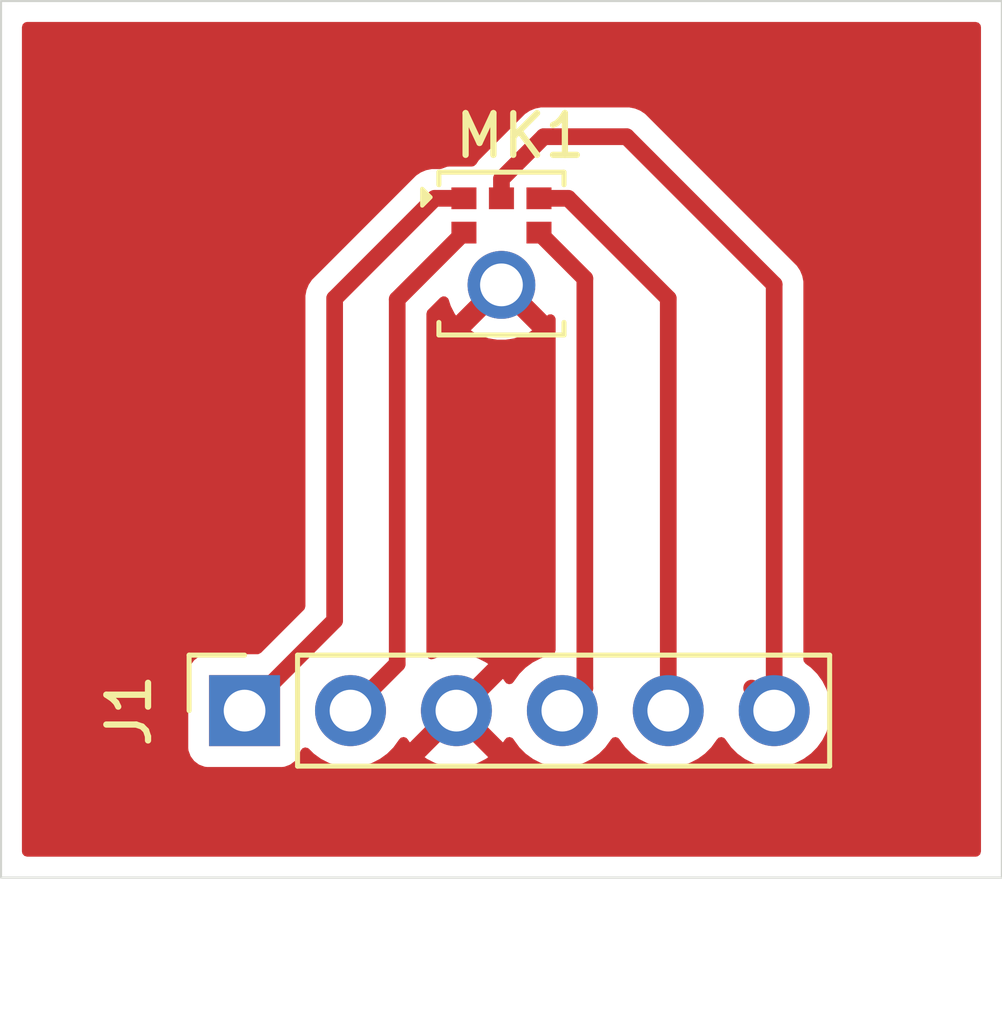
<source format=kicad_pcb>
(kicad_pcb (version 20241229) (generator "pcbnew") (generator_version "9.0")
  (layers (0 "F.Cu" signal) (2 "B.Cu" signal) (13 "F.Paste" user) (15 "B.Paste" user) (5 "F.SilkS" user "F.Silkscreen") (7 "B.SilkS" user "B.Silkscreen") (1 "F.Mask" user) (3 "B.Mask" user) (25 "Edge.Cuts" user))
  (net 0 "")
  (net 1 "Net-(J1-Pin_1)")
  (net 2 "Net-(J1-Pin_6)")
  (net 3 "GND")
  (net 4 "Net-(J1-Pin_4)")
  (net 5 "Net-(J1-Pin_2)")
  (net 6 "Net-(J1-Pin_5)")
  (footprint "Connector_PinSocket_2.54mm:PinSocket_1x06_P2.54mm_Vertical" (layer "F.Cu") (at 135.84 85 90)
    (property "Reference" "J1" (at 0 -2.77 90) (layer "F.SilkS"))
    (property "Value" "Conn_01x06_Socket")
    (fp_line (start 1.33 -1.33) (end 1.33 0) (stroke (width 0.12)) (layer "F.SilkS"))
    (fp_line (start 0 -1.33) (end 1.33 -1.33) (stroke (width 0.12)) (layer "F.SilkS"))
    (fp_line (start 1.33 1.27) (end 1.33 14.03) (stroke (width 0.12)) (layer "F.SilkS"))
    (fp_line (start -1.33 1.27) (end 1.33 1.27) (stroke (width 0.12)) (layer "F.SilkS"))
    (fp_line (start -1.33 1.27) (end -1.33 14.03) (stroke (width 0.12)) (layer "F.SilkS"))
    (fp_line (start -1.33 14.03) (end 1.33 14.03) (stroke (width 0.12)) (layer "F.SilkS"))
    (pad "1" thru_hole rect (at 0 0 90) (size 1.7 1.7) (drill 1) (layers "*.Cu" "*.Mask") (net 1 "Net-(J1-Pin_1)"))
    (pad "2" thru_hole circle (at 0 2.54 90) (size 1.7 1.7) (drill 1) (layers "*.Cu" "*.Mask") (net 5 "Net-(J1-Pin_2)"))
    (pad "3" thru_hole circle (at 0 5.08 90) (size 1.7 1.7) (drill 1) (layers "*.Cu" "*.Mask") (net 3 "GND"))
    (pad "4" thru_hole circle (at 0 7.62 90) (size 1.7 1.7) (drill 1) (layers "*.Cu" "*.Mask") (net 4 "Net-(J1-Pin_4)"))
    (pad "5" thru_hole circle (at 0 10.16 90) (size 1.7 1.7) (drill 1) (layers "*.Cu" "*.Mask") (net 6 "Net-(J1-Pin_5)"))
    (pad "6" thru_hole circle (at 0 12.7 90) (size 1.7 1.7) (drill 1) (layers "*.Cu" "*.Mask") (net 2 "Net-(J1-Pin_6)"))
  )
  (footprint "fab:Mic_MEMS_TDK_ICS-43434" (layer "F.Cu") (at 142 74)
    (property "Reference" "MK1" (at 0.45 -2.77 0) (layer "F.SilkS"))
    (property "Value" "Mic_MEMS_TDK_ICS-43434" (hide yes))
    (fp_line (start -1.5 -1.9) (end -1.5 -1.6) (stroke (width 0.12)) (layer "F.SilkS"))
    (fp_line (start -1.5 -1.9) (end 1.5 -1.9) (stroke (width 0.12)) (layer "F.SilkS"))
    (fp_line (start -1.5 2) (end -1.5 1.7) (stroke (width 0.12)) (layer "F.SilkS"))
    (fp_line (start 1.5 -1.9) (end 1.5 -1.6) (stroke (width 0.12)) (layer "F.SilkS"))
    (fp_line (start 1.5 2) (end -1.5 2) (stroke (width 0.12)) (layer "F.SilkS"))
    (fp_line (start 1.5 2) (end 1.5 1.7) (stroke (width 0.12)) (layer "F.SilkS"))
    (fp_poly (pts (xy -1.7 -1.3) (xy -1.9 -1.5) (xy -1.9 -1.1)) (stroke (width 0.1)) (fill yes) (layer "F.SilkS"))
    (pad "1" smd rect (at -0.9 -1.274) (size 0.6 0.522) (layers "F.Cu" "F.Mask" "F.Paste") (net 1 "Net-(J1-Pin_1)"))
    (pad "2" smd rect (at -0.9 -0.452) (size 0.6 0.522) (layers "F.Cu" "F.Mask" "F.Paste") (net 5 "Net-(J1-Pin_2)"))
    (pad "3" thru_hole circle (at 0 0.8) (size 1.625 1.625) (drill 1.025) (layers "*.Cu" "*.Mask") (net 3 "GND"))
    (pad "4" smd rect (at 0.9 -0.452) (size 0.6 0.522) (layers "F.Cu" "F.Mask" "F.Paste") (net 4 "Net-(J1-Pin_4)"))
    (pad "5" smd rect (at 0.9 -1.274) (size 0.6 0.522) (layers "F.Cu" "F.Mask" "F.Paste") (net 6 "Net-(J1-Pin_5)"))
    (pad "6" smd rect (at 0 -1.274) (size 0.6 0.522) (layers "F.Cu" "F.Mask" "F.Paste") (net 2 "Net-(J1-Pin_6)"))
  )
  (gr_rect (start 130 68) (end 154 89) (stroke (width 0.05)) (fill no) (layer "Edge.Cuts"))
  (segment (start 138 75.126) (end 138 82.84) (width 0.4) (layer "F.Cu") (net 1))
  (segment (start 138 82.84) (end 135.84 85) (width 0.4) (layer "F.Cu") (net 1))
  (segment (start 140.4 72.726) (end 138 75.126) (width 0.4) (layer "F.Cu") (net 1))
  (segment (start 141.1 72.726) (end 140.4 72.726) (width 0.4) (layer "F.Cu") (net 1))
  (segment (start 148.54 74.79) (end 145 71.25) (width 0.4) (layer "F.Cu") (net 2))
  (segment (start 148 84.46) (end 148.54 85) (width 0.4) (layer "F.Cu") (net 2))
  (segment (start 142 72.263) (end 142 72.726) (width 0.4) (layer "F.Cu") (net 2))
  (segment (start 145 71.25) (end 143.013 71.25) (width 0.4) (layer "F.Cu") (net 2))
  (segment (start 143.013 71.25) (end 142 72.263) (width 0.4) (layer "F.Cu") (net 2))
  (segment (start 148.54 85) (end 148.54 74.79) (width 0.4) (layer "F.Cu") (net 2))
  (segment (start 144 74.648) (end 144 84.46) (width 0.4) (layer "F.Cu") (net 4))
  (segment (start 144 84.46) (end 143.46 85) (width 0.4) (layer "F.Cu") (net 4))
  (segment (start 142.9 73.548) (end 144 74.648) (width 0.4) (layer "F.Cu") (net 4))
  (segment (start 139.5 75.148) (end 139.5 83.88) (width 0.4) (layer "F.Cu") (net 5))
  (segment (start 141.1 73.548) (end 139.5 75.148) (width 0.4) (layer "F.Cu") (net 5))
  (segment (start 139.5 83.88) (end 138.38 85) (width 0.4) (layer "F.Cu") (net 5))
  (segment (start 143.6 72.726) (end 146 75.126) (width 0.4) (layer "F.Cu") (net 6))
  (segment (start 146 75.126) (end 146 85) (width 0.4) (layer "F.Cu") (net 6))
  (segment (start 142.9 72.726) (end 143.6 72.726) (width 0.4) (layer "F.Cu") (net 6))
  (zone (net 3) (net_name "GND") (layer "F.Cu") (connect_pads (clearance 0.5)) (min_thickness 0.25) (fill yes (thermal_gap 0.5) (thermal_bridge_width 0.5))
    (polygon (pts (xy 154 68) (xy 130 68) (xy 130 89) (xy 154 89)))
  )
)
</source>
